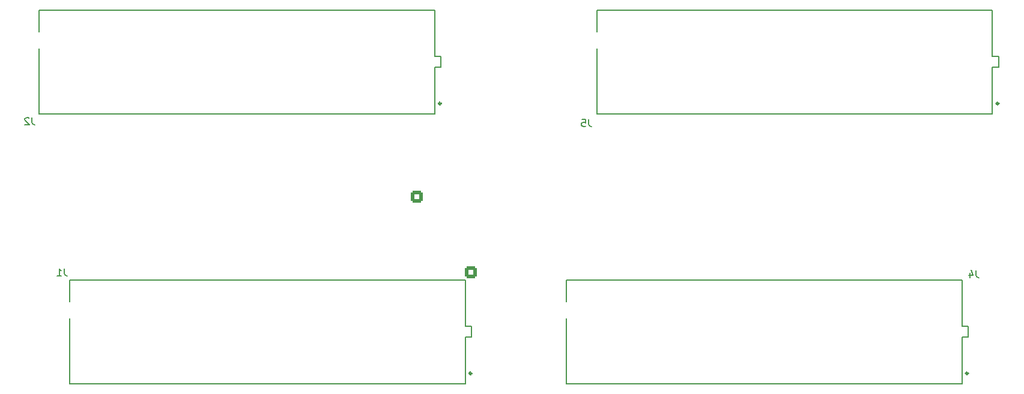
<source format=gbr>
%TF.GenerationSoftware,KiCad,Pcbnew,7.0.10*%
%TF.CreationDate,2024-12-16T15:55:03-07:00*%
%TF.ProjectId,DRXDaughterboard,44525844-6175-4676-9874-6572626f6172,1.1*%
%TF.SameCoordinates,Original*%
%TF.FileFunction,Legend,Bot*%
%TF.FilePolarity,Positive*%
%FSLAX46Y46*%
G04 Gerber Fmt 4.6, Leading zero omitted, Abs format (unit mm)*
G04 Created by KiCad (PCBNEW 7.0.10) date 2024-12-16 15:55:03*
%MOMM*%
%LPD*%
G01*
G04 APERTURE LIST*
G04 Aperture macros list*
%AMRoundRect*
0 Rectangle with rounded corners*
0 $1 Rounding radius*
0 $2 $3 $4 $5 $6 $7 $8 $9 X,Y pos of 4 corners*
0 Add a 4 corners polygon primitive as box body*
4,1,4,$2,$3,$4,$5,$6,$7,$8,$9,$2,$3,0*
0 Add four circle primitives for the rounded corners*
1,1,$1+$1,$2,$3*
1,1,$1+$1,$4,$5*
1,1,$1+$1,$6,$7*
1,1,$1+$1,$8,$9*
0 Add four rect primitives between the rounded corners*
20,1,$1+$1,$2,$3,$4,$5,0*
20,1,$1+$1,$4,$5,$6,$7,0*
20,1,$1+$1,$6,$7,$8,$9,0*
20,1,$1+$1,$8,$9,$2,$3,0*%
G04 Aperture macros list end*
%ADD10C,0.150000*%
%ADD11C,0.200000*%
%ADD12C,0.300000*%
%ADD13RoundRect,0.250000X0.600000X-0.600000X0.600000X0.600000X-0.600000X0.600000X-0.600000X-0.600000X0*%
%ADD14C,1.700000*%
%ADD15C,1.270000*%
%ADD16C,0.844000*%
G04 APERTURE END LIST*
D10*
X78590210Y-108248179D02*
X78590210Y-108964343D01*
X78590210Y-108964343D02*
X78637955Y-109107576D01*
X78637955Y-109107576D02*
X78733443Y-109203065D01*
X78733443Y-109203065D02*
X78876676Y-109250809D01*
X78876676Y-109250809D02*
X78972165Y-109250809D01*
X77587580Y-109250809D02*
X78160511Y-109250809D01*
X77874046Y-109250809D02*
X77874046Y-108248179D01*
X77874046Y-108248179D02*
X77969534Y-108391412D01*
X77969534Y-108391412D02*
X78065023Y-108486900D01*
X78065023Y-108486900D02*
X78160511Y-108534645D01*
X207114210Y-108502179D02*
X207114210Y-109218343D01*
X207114210Y-109218343D02*
X207161955Y-109361576D01*
X207161955Y-109361576D02*
X207257443Y-109457065D01*
X207257443Y-109457065D02*
X207400676Y-109504809D01*
X207400676Y-109504809D02*
X207496165Y-109504809D01*
X206207069Y-108836389D02*
X206207069Y-109504809D01*
X206445790Y-108454435D02*
X206684511Y-109170599D01*
X206684511Y-109170599D02*
X206063836Y-109170599D01*
X152504210Y-87166179D02*
X152504210Y-87882343D01*
X152504210Y-87882343D02*
X152551955Y-88025576D01*
X152551955Y-88025576D02*
X152647443Y-88121065D01*
X152647443Y-88121065D02*
X152790676Y-88168809D01*
X152790676Y-88168809D02*
X152886165Y-88168809D01*
X151549324Y-87166179D02*
X152026767Y-87166179D01*
X152026767Y-87166179D02*
X152074511Y-87643622D01*
X152074511Y-87643622D02*
X152026767Y-87595877D01*
X152026767Y-87595877D02*
X151931279Y-87548133D01*
X151931279Y-87548133D02*
X151692557Y-87548133D01*
X151692557Y-87548133D02*
X151597069Y-87595877D01*
X151597069Y-87595877D02*
X151549324Y-87643622D01*
X151549324Y-87643622D02*
X151501580Y-87739110D01*
X151501580Y-87739110D02*
X151501580Y-87977832D01*
X151501580Y-87977832D02*
X151549324Y-88073320D01*
X151549324Y-88073320D02*
X151597069Y-88121065D01*
X151597069Y-88121065D02*
X151692557Y-88168809D01*
X151692557Y-88168809D02*
X151931279Y-88168809D01*
X151931279Y-88168809D02*
X152026767Y-88121065D01*
X152026767Y-88121065D02*
X152074511Y-88073320D01*
X74018210Y-86912179D02*
X74018210Y-87628343D01*
X74018210Y-87628343D02*
X74065955Y-87771576D01*
X74065955Y-87771576D02*
X74161443Y-87867065D01*
X74161443Y-87867065D02*
X74304676Y-87914809D01*
X74304676Y-87914809D02*
X74400165Y-87914809D01*
X73588511Y-87007667D02*
X73540767Y-86959923D01*
X73540767Y-86959923D02*
X73445279Y-86912179D01*
X73445279Y-86912179D02*
X73206557Y-86912179D01*
X73206557Y-86912179D02*
X73111069Y-86959923D01*
X73111069Y-86959923D02*
X73063324Y-87007667D01*
X73063324Y-87007667D02*
X73015580Y-87103156D01*
X73015580Y-87103156D02*
X73015580Y-87198645D01*
X73015580Y-87198645D02*
X73063324Y-87341877D01*
X73063324Y-87341877D02*
X73636256Y-87914809D01*
X73636256Y-87914809D02*
X73015580Y-87914809D01*
D11*
%TO.C,J1*%
X79321001Y-109836773D02*
X79321001Y-112931773D01*
X79321001Y-115271773D02*
X79321001Y-124516773D01*
X79321001Y-124516773D02*
X135101001Y-124516773D01*
X135101001Y-109836773D02*
X79321001Y-109836773D01*
X135101001Y-116416773D02*
X135101001Y-109836773D01*
X135101001Y-117936773D02*
X135991001Y-117936773D01*
X135101001Y-124516773D02*
X135101001Y-117936773D01*
X135991001Y-116416773D02*
X135101001Y-116416773D01*
X135991001Y-117936773D02*
X135991001Y-116416773D01*
D12*
X135971001Y-123026773D02*
G75*
G03*
X135671001Y-123026773I-150000J0D01*
G01*
X135671001Y-123026773D02*
G75*
G03*
X135971001Y-123026773I150000J0D01*
G01*
D11*
%TO.C,J4*%
X149323001Y-109836773D02*
X149323001Y-112931773D01*
X149323001Y-115271773D02*
X149323001Y-124516773D01*
X149323001Y-124516773D02*
X205103001Y-124516773D01*
X205103001Y-109836773D02*
X149323001Y-109836773D01*
X205103001Y-116416773D02*
X205103001Y-109836773D01*
X205103001Y-117936773D02*
X205993001Y-117936773D01*
X205103001Y-124516773D02*
X205103001Y-117936773D01*
X205993001Y-116416773D02*
X205103001Y-116416773D01*
X205993001Y-117936773D02*
X205993001Y-116416773D01*
D12*
X205973001Y-123026773D02*
G75*
G03*
X205673001Y-123026773I-150000J0D01*
G01*
X205673001Y-123026773D02*
G75*
G03*
X205973001Y-123026773I150000J0D01*
G01*
D11*
%TO.C,J5*%
X153630001Y-71736773D02*
X153630001Y-74831773D01*
X153630001Y-77171773D02*
X153630001Y-86416773D01*
X153630001Y-86416773D02*
X209410001Y-86416773D01*
X209410001Y-71736773D02*
X153630001Y-71736773D01*
X209410001Y-78316773D02*
X209410001Y-71736773D01*
X209410001Y-79836773D02*
X210300001Y-79836773D01*
X209410001Y-86416773D02*
X209410001Y-79836773D01*
X210300001Y-78316773D02*
X209410001Y-78316773D01*
X210300001Y-79836773D02*
X210300001Y-78316773D01*
D12*
X210280001Y-84926773D02*
G75*
G03*
X209980001Y-84926773I-150000J0D01*
G01*
X209980001Y-84926773D02*
G75*
G03*
X210280001Y-84926773I150000J0D01*
G01*
D11*
%TO.C,J2*%
X75014001Y-71736773D02*
X75014001Y-74831773D01*
X75014001Y-77171773D02*
X75014001Y-86416773D01*
X75014001Y-86416773D02*
X130794001Y-86416773D01*
X130794001Y-71736773D02*
X75014001Y-71736773D01*
X130794001Y-78316773D02*
X130794001Y-71736773D01*
X130794001Y-79836773D02*
X131684001Y-79836773D01*
X130794001Y-86416773D02*
X130794001Y-79836773D01*
X131684001Y-78316773D02*
X130794001Y-78316773D01*
X131684001Y-79836773D02*
X131684001Y-78316773D01*
D12*
X131664001Y-84926773D02*
G75*
G03*
X131364001Y-84926773I-150000J0D01*
G01*
X131364001Y-84926773D02*
G75*
G03*
X131664001Y-84926773I150000J0D01*
G01*
%TD*%
%LPC*%
D13*
%TO.C,J3*%
X128294001Y-98117273D03*
D14*
X128294001Y-95577273D03*
X130834001Y-98117273D03*
X130834001Y-95577273D03*
X133374001Y-98117273D03*
X133374001Y-95577273D03*
X135914001Y-98117273D03*
X135914001Y-95577273D03*
X138454001Y-98117273D03*
X138454001Y-95577273D03*
X140994001Y-98117273D03*
X140994001Y-95577273D03*
X143534001Y-98117273D03*
X143534001Y-95577273D03*
X146074001Y-98117273D03*
X146074001Y-95577273D03*
X148614001Y-98117273D03*
X148614001Y-95577273D03*
X151154001Y-98117273D03*
X151154001Y-95577273D03*
X153694001Y-98117273D03*
X153694001Y-95577273D03*
X156234001Y-98117273D03*
X156234001Y-95577273D03*
%TD*%
D15*
%TO.C,J8*%
X208710001Y-82126773D03*
X154329001Y-79076773D03*
%TD*%
D13*
%TO.C,J6*%
X135914001Y-108794773D03*
D14*
X135914001Y-106254773D03*
X138454001Y-108794773D03*
X138454001Y-106254773D03*
X140994001Y-108794773D03*
X140994001Y-106254773D03*
X143534001Y-108794773D03*
X143534001Y-106254773D03*
X146074001Y-108794773D03*
X146074001Y-106254773D03*
X148614001Y-108794773D03*
X148614001Y-106254773D03*
%TD*%
D15*
%TO.C,J7*%
X130094001Y-82126773D03*
X75713001Y-79076773D03*
%TD*%
%TO.C,J1*%
X80020001Y-114126773D03*
X134402001Y-117176773D03*
D16*
X131976001Y-122891773D03*
X130706001Y-122891773D03*
X129436001Y-122891773D03*
X128166001Y-122891773D03*
X126896001Y-122891773D03*
X125626001Y-122891773D03*
X124356001Y-122891773D03*
X123086001Y-122891773D03*
X121816001Y-122891773D03*
X120546001Y-122891773D03*
X119276001Y-122891773D03*
X118006001Y-122891773D03*
X116736001Y-122891773D03*
X115466001Y-122891773D03*
X114196001Y-122891773D03*
X112926001Y-122891773D03*
X111656001Y-122891773D03*
X110386001Y-122891773D03*
X109116001Y-122891773D03*
X107846001Y-122891773D03*
X106576001Y-122891773D03*
X105306001Y-122891773D03*
X104036001Y-122891773D03*
X102766001Y-122891773D03*
X101496001Y-122891773D03*
X100226001Y-122891773D03*
X98956001Y-122891773D03*
X97686001Y-122891773D03*
X96416001Y-122891773D03*
X95146001Y-122891773D03*
X93876001Y-122891773D03*
X92606001Y-122891773D03*
X91336001Y-122891773D03*
X90066001Y-122891773D03*
X88796001Y-122891773D03*
X87526001Y-122891773D03*
X86256001Y-122891773D03*
X84986001Y-122891773D03*
X83716001Y-122891773D03*
X82446001Y-122891773D03*
X131976001Y-121621773D03*
X130706001Y-121621773D03*
X129436001Y-121621773D03*
X128166001Y-121621773D03*
X126896001Y-121621773D03*
X125626001Y-121621773D03*
X124356001Y-121621773D03*
X123086001Y-121621773D03*
X121816001Y-121621773D03*
X120546001Y-121621773D03*
X119276001Y-121621773D03*
X118006001Y-121621773D03*
X116736001Y-121621773D03*
X115466001Y-121621773D03*
X114196001Y-121621773D03*
X112926001Y-121621773D03*
X111656001Y-121621773D03*
X110386001Y-121621773D03*
X109116001Y-121621773D03*
X107846001Y-121621773D03*
X106576001Y-121621773D03*
X105306001Y-121621773D03*
X104036001Y-121621773D03*
X102766001Y-121621773D03*
X101496001Y-121621773D03*
X100226001Y-121621773D03*
X98956001Y-121621773D03*
X97686001Y-121621773D03*
X96416001Y-121621773D03*
X95146001Y-121621773D03*
X93876001Y-121621773D03*
X92606001Y-121621773D03*
X91336001Y-121621773D03*
X90066001Y-121621773D03*
X88796001Y-121621773D03*
X87526001Y-121621773D03*
X86256001Y-121621773D03*
X84986001Y-121621773D03*
X83716001Y-121621773D03*
X82446001Y-121621773D03*
X131976001Y-120351773D03*
X130706001Y-120351773D03*
X129436001Y-120351773D03*
X128166001Y-120351773D03*
X126896001Y-120351773D03*
X125626001Y-120351773D03*
X124356001Y-120351773D03*
X123086001Y-120351773D03*
X121816001Y-120351773D03*
X120546001Y-120351773D03*
X119276001Y-120351773D03*
X118006001Y-120351773D03*
X116736001Y-120351773D03*
X115466001Y-120351773D03*
X114196001Y-120351773D03*
X112926001Y-120351773D03*
X111656001Y-120351773D03*
X110386001Y-120351773D03*
X109116001Y-120351773D03*
X107846001Y-120351773D03*
X106576001Y-120351773D03*
X105306001Y-120351773D03*
X104036001Y-120351773D03*
X102766001Y-120351773D03*
X101496001Y-120351773D03*
X100226001Y-120351773D03*
X98956001Y-120351773D03*
X97686001Y-120351773D03*
X96416001Y-120351773D03*
X95146001Y-120351773D03*
X93876001Y-120351773D03*
X92606001Y-120351773D03*
X91336001Y-120351773D03*
X90066001Y-120351773D03*
X88796001Y-120351773D03*
X87526001Y-120351773D03*
X86256001Y-120351773D03*
X84986001Y-120351773D03*
X83716001Y-120351773D03*
X82446001Y-120351773D03*
X131976001Y-119081773D03*
X130706001Y-119081773D03*
X129436001Y-119081773D03*
X128166001Y-119081773D03*
X126896001Y-119081773D03*
X125626001Y-119081773D03*
X124356001Y-119081773D03*
X123086001Y-119081773D03*
X121816001Y-119081773D03*
X120546001Y-119081773D03*
X119276001Y-119081773D03*
X118006001Y-119081773D03*
X116736001Y-119081773D03*
X115466001Y-119081773D03*
X114196001Y-119081773D03*
X112926001Y-119081773D03*
X111656001Y-119081773D03*
X110386001Y-119081773D03*
X109116001Y-119081773D03*
X107846001Y-119081773D03*
X106576001Y-119081773D03*
X105306001Y-119081773D03*
X104036001Y-119081773D03*
X102766001Y-119081773D03*
X101496001Y-119081773D03*
X100226001Y-119081773D03*
X98956001Y-119081773D03*
X97686001Y-119081773D03*
X96416001Y-119081773D03*
X95146001Y-119081773D03*
X93876001Y-119081773D03*
X92606001Y-119081773D03*
X91336001Y-119081773D03*
X90066001Y-119081773D03*
X88796001Y-119081773D03*
X87526001Y-119081773D03*
X86256001Y-119081773D03*
X84986001Y-119081773D03*
X83716001Y-119081773D03*
X82446001Y-119081773D03*
X131976001Y-117811773D03*
X130706001Y-117811773D03*
X129436001Y-117811773D03*
X128166001Y-117811773D03*
X126896001Y-117811773D03*
X125626001Y-117811773D03*
X124356001Y-117811773D03*
X123086001Y-117811773D03*
X121816001Y-117811773D03*
X120546001Y-117811773D03*
X119276001Y-117811773D03*
X118006001Y-117811773D03*
X116736001Y-117811773D03*
X115466001Y-117811773D03*
X114196001Y-117811773D03*
X112926001Y-117811773D03*
X111656001Y-117811773D03*
X110386001Y-117811773D03*
X109116001Y-117811773D03*
X107846001Y-117811773D03*
X106576001Y-117811773D03*
X105306001Y-117811773D03*
X104036001Y-117811773D03*
X102766001Y-117811773D03*
X101496001Y-117811773D03*
X100226001Y-117811773D03*
X98956001Y-117811773D03*
X97686001Y-117811773D03*
X96416001Y-117811773D03*
X95146001Y-117811773D03*
X93876001Y-117811773D03*
X92606001Y-117811773D03*
X91336001Y-117811773D03*
X90066001Y-117811773D03*
X88796001Y-117811773D03*
X87526001Y-117811773D03*
X86256001Y-117811773D03*
X84986001Y-117811773D03*
X83716001Y-117811773D03*
X82446001Y-117811773D03*
X131976001Y-116541773D03*
X130706001Y-116541773D03*
X129436001Y-116541773D03*
X128166001Y-116541773D03*
X126896001Y-116541773D03*
X125626001Y-116541773D03*
X124356001Y-116541773D03*
X123086001Y-116541773D03*
X121816001Y-116541773D03*
X120546001Y-116541773D03*
X119276001Y-116541773D03*
X118006001Y-116541773D03*
X116736001Y-116541773D03*
X115466001Y-116541773D03*
X114196001Y-116541773D03*
X112926001Y-116541773D03*
X111656001Y-116541773D03*
X110386001Y-116541773D03*
X109116001Y-116541773D03*
X107846001Y-116541773D03*
X106576001Y-116541773D03*
X105306001Y-116541773D03*
X104036001Y-116541773D03*
X102766001Y-116541773D03*
X101496001Y-116541773D03*
X100226001Y-116541773D03*
X98956001Y-116541773D03*
X97686001Y-116541773D03*
X96416001Y-116541773D03*
X95146001Y-116541773D03*
X93876001Y-116541773D03*
X92606001Y-116541773D03*
X91336001Y-116541773D03*
X90066001Y-116541773D03*
X88796001Y-116541773D03*
X87526001Y-116541773D03*
X86256001Y-116541773D03*
X84986001Y-116541773D03*
X83716001Y-116541773D03*
X82446001Y-116541773D03*
X131976001Y-115271773D03*
X130706001Y-115271773D03*
X129436001Y-115271773D03*
X128166001Y-115271773D03*
X126896001Y-115271773D03*
X125626001Y-115271773D03*
X124356001Y-115271773D03*
X123086001Y-115271773D03*
X121816001Y-115271773D03*
X120546001Y-115271773D03*
X119276001Y-115271773D03*
X118006001Y-115271773D03*
X116736001Y-115271773D03*
X115466001Y-115271773D03*
X114196001Y-115271773D03*
X112926001Y-115271773D03*
X111656001Y-115271773D03*
X110386001Y-115271773D03*
X109116001Y-115271773D03*
X107846001Y-115271773D03*
X106576001Y-115271773D03*
X105306001Y-115271773D03*
X104036001Y-115271773D03*
X102766001Y-115271773D03*
X101496001Y-115271773D03*
X100226001Y-115271773D03*
X98956001Y-115271773D03*
X97686001Y-115271773D03*
X96416001Y-115271773D03*
X95146001Y-115271773D03*
X93876001Y-115271773D03*
X92606001Y-115271773D03*
X91336001Y-115271773D03*
X90066001Y-115271773D03*
X88796001Y-115271773D03*
X87526001Y-115271773D03*
X86256001Y-115271773D03*
X84986001Y-115271773D03*
X83716001Y-115271773D03*
X82446001Y-115271773D03*
X131976001Y-114001773D03*
X130706001Y-114001773D03*
X129436001Y-114001773D03*
X128166001Y-114001773D03*
X126896001Y-114001773D03*
X125626001Y-114001773D03*
X124356001Y-114001773D03*
X123086001Y-114001773D03*
X121816001Y-114001773D03*
X120546001Y-114001773D03*
X119276001Y-114001773D03*
X118006001Y-114001773D03*
X116736001Y-114001773D03*
X115466001Y-114001773D03*
X114196001Y-114001773D03*
X112926001Y-114001773D03*
X111656001Y-114001773D03*
X110386001Y-114001773D03*
X109116001Y-114001773D03*
X107846001Y-114001773D03*
X106576001Y-114001773D03*
X105306001Y-114001773D03*
X104036001Y-114001773D03*
X102766001Y-114001773D03*
X101496001Y-114001773D03*
X100226001Y-114001773D03*
X98956001Y-114001773D03*
X97686001Y-114001773D03*
X96416001Y-114001773D03*
X95146001Y-114001773D03*
X93876001Y-114001773D03*
X92606001Y-114001773D03*
X91336001Y-114001773D03*
X90066001Y-114001773D03*
X88796001Y-114001773D03*
X87526001Y-114001773D03*
X86256001Y-114001773D03*
X84986001Y-114001773D03*
X83716001Y-114001773D03*
X82446001Y-114001773D03*
X131976001Y-112731773D03*
X130706001Y-112731773D03*
X129436001Y-112731773D03*
X128166001Y-112731773D03*
X126896001Y-112731773D03*
X125626001Y-112731773D03*
X124356001Y-112731773D03*
X123086001Y-112731773D03*
X121816001Y-112731773D03*
X120546001Y-112731773D03*
X119276001Y-112731773D03*
X118006001Y-112731773D03*
X116736001Y-112731773D03*
X115466001Y-112731773D03*
X114196001Y-112731773D03*
X112926001Y-112731773D03*
X111656001Y-112731773D03*
X110386001Y-112731773D03*
X109116001Y-112731773D03*
X107846001Y-112731773D03*
X106576001Y-112731773D03*
X105306001Y-112731773D03*
X104036001Y-112731773D03*
X102766001Y-112731773D03*
X101496001Y-112731773D03*
X100226001Y-112731773D03*
X98956001Y-112731773D03*
X97686001Y-112731773D03*
X96416001Y-112731773D03*
X95146001Y-112731773D03*
X93876001Y-112731773D03*
X92606001Y-112731773D03*
X91336001Y-112731773D03*
X90066001Y-112731773D03*
X88796001Y-112731773D03*
X87526001Y-112731773D03*
X86256001Y-112731773D03*
X84986001Y-112731773D03*
X83716001Y-112731773D03*
X82446001Y-112731773D03*
X131976001Y-111461773D03*
X130706001Y-111461773D03*
X129436001Y-111461773D03*
X128166001Y-111461773D03*
X126896001Y-111461773D03*
X125626001Y-111461773D03*
X124356001Y-111461773D03*
X123086001Y-111461773D03*
X121816001Y-111461773D03*
X120546001Y-111461773D03*
X119276001Y-111461773D03*
X118006001Y-111461773D03*
X116736001Y-111461773D03*
X115466001Y-111461773D03*
X114196001Y-111461773D03*
X112926001Y-111461773D03*
X111656001Y-111461773D03*
X110386001Y-111461773D03*
X109116001Y-111461773D03*
X107846001Y-111461773D03*
X106576001Y-111461773D03*
X105306001Y-111461773D03*
X104036001Y-111461773D03*
X102766001Y-111461773D03*
X101496001Y-111461773D03*
X100226001Y-111461773D03*
X98956001Y-111461773D03*
X97686001Y-111461773D03*
X96416001Y-111461773D03*
X95146001Y-111461773D03*
X93876001Y-111461773D03*
X92606001Y-111461773D03*
X91336001Y-111461773D03*
X90066001Y-111461773D03*
X88796001Y-111461773D03*
X87526001Y-111461773D03*
X86256001Y-111461773D03*
X84986001Y-111461773D03*
X83716001Y-111461773D03*
X82446001Y-111461773D03*
%TD*%
D15*
%TO.C,J4*%
X150022001Y-114126773D03*
X204404001Y-117176773D03*
D16*
X201978001Y-122891773D03*
X200708001Y-122891773D03*
X199438001Y-122891773D03*
X198168001Y-122891773D03*
X196898001Y-122891773D03*
X195628001Y-122891773D03*
X194358001Y-122891773D03*
X193088001Y-122891773D03*
X191818001Y-122891773D03*
X190548001Y-122891773D03*
X189278001Y-122891773D03*
X188008001Y-122891773D03*
X186738001Y-122891773D03*
X185468001Y-122891773D03*
X184198001Y-122891773D03*
X182928001Y-122891773D03*
X181658001Y-122891773D03*
X180388001Y-122891773D03*
X179118001Y-122891773D03*
X177848001Y-122891773D03*
X176578001Y-122891773D03*
X175308001Y-122891773D03*
X174038001Y-122891773D03*
X172768001Y-122891773D03*
X171498001Y-122891773D03*
X170228001Y-122891773D03*
X168958001Y-122891773D03*
X167688001Y-122891773D03*
X166418001Y-122891773D03*
X165148001Y-122891773D03*
X163878001Y-122891773D03*
X162608001Y-122891773D03*
X161338001Y-122891773D03*
X160068001Y-122891773D03*
X158798001Y-122891773D03*
X157528001Y-122891773D03*
X156258001Y-122891773D03*
X154988001Y-122891773D03*
X153718001Y-122891773D03*
X152448001Y-122891773D03*
X201978001Y-121621773D03*
X200708001Y-121621773D03*
X199438001Y-121621773D03*
X198168001Y-121621773D03*
X196898001Y-121621773D03*
X195628001Y-121621773D03*
X194358001Y-121621773D03*
X193088001Y-121621773D03*
X191818001Y-121621773D03*
X190548001Y-121621773D03*
X189278001Y-121621773D03*
X188008001Y-121621773D03*
X186738001Y-121621773D03*
X185468001Y-121621773D03*
X184198001Y-121621773D03*
X182928001Y-121621773D03*
X181658001Y-121621773D03*
X180388001Y-121621773D03*
X179118001Y-121621773D03*
X177848001Y-121621773D03*
X176578001Y-121621773D03*
X175308001Y-121621773D03*
X174038001Y-121621773D03*
X172768001Y-121621773D03*
X171498001Y-121621773D03*
X170228001Y-121621773D03*
X168958001Y-121621773D03*
X167688001Y-121621773D03*
X166418001Y-121621773D03*
X165148001Y-121621773D03*
X163878001Y-121621773D03*
X162608001Y-121621773D03*
X161338001Y-121621773D03*
X160068001Y-121621773D03*
X158798001Y-121621773D03*
X157528001Y-121621773D03*
X156258001Y-121621773D03*
X154988001Y-121621773D03*
X153718001Y-121621773D03*
X152448001Y-121621773D03*
X201978001Y-120351773D03*
X200708001Y-120351773D03*
X199438001Y-120351773D03*
X198168001Y-120351773D03*
X196898001Y-120351773D03*
X195628001Y-120351773D03*
X194358001Y-120351773D03*
X193088001Y-120351773D03*
X191818001Y-120351773D03*
X190548001Y-120351773D03*
X189278001Y-120351773D03*
X188008001Y-120351773D03*
X186738001Y-120351773D03*
X185468001Y-120351773D03*
X184198001Y-120351773D03*
X182928001Y-120351773D03*
X181658001Y-120351773D03*
X180388001Y-120351773D03*
X179118001Y-120351773D03*
X177848001Y-120351773D03*
X176578001Y-120351773D03*
X175308001Y-120351773D03*
X174038001Y-120351773D03*
X172768001Y-120351773D03*
X171498001Y-120351773D03*
X170228001Y-120351773D03*
X168958001Y-120351773D03*
X167688001Y-120351773D03*
X166418001Y-120351773D03*
X165148001Y-120351773D03*
X163878001Y-120351773D03*
X162608001Y-120351773D03*
X161338001Y-120351773D03*
X160068001Y-120351773D03*
X158798001Y-120351773D03*
X157528001Y-120351773D03*
X156258001Y-120351773D03*
X154988001Y-120351773D03*
X153718001Y-120351773D03*
X152448001Y-120351773D03*
X201978001Y-119081773D03*
X200708001Y-119081773D03*
X199438001Y-119081773D03*
X198168001Y-119081773D03*
X196898001Y-119081773D03*
X195628001Y-119081773D03*
X194358001Y-119081773D03*
X193088001Y-119081773D03*
X191818001Y-119081773D03*
X190548001Y-119081773D03*
X189278001Y-119081773D03*
X188008001Y-119081773D03*
X186738001Y-119081773D03*
X185468001Y-119081773D03*
X184198001Y-119081773D03*
X182928001Y-119081773D03*
X181658001Y-119081773D03*
X180388001Y-119081773D03*
X179118001Y-119081773D03*
X177848001Y-119081773D03*
X176578001Y-119081773D03*
X175308001Y-119081773D03*
X174038001Y-119081773D03*
X172768001Y-119081773D03*
X171498001Y-119081773D03*
X170228001Y-119081773D03*
X168958001Y-119081773D03*
X167688001Y-119081773D03*
X166418001Y-119081773D03*
X165148001Y-119081773D03*
X163878001Y-119081773D03*
X162608001Y-119081773D03*
X161338001Y-119081773D03*
X160068001Y-119081773D03*
X158798001Y-119081773D03*
X157528001Y-119081773D03*
X156258001Y-119081773D03*
X154988001Y-119081773D03*
X153718001Y-119081773D03*
X152448001Y-119081773D03*
X201978001Y-117811773D03*
X200708001Y-117811773D03*
X199438001Y-117811773D03*
X198168001Y-117811773D03*
X196898001Y-117811773D03*
X195628001Y-117811773D03*
X194358001Y-117811773D03*
X193088001Y-117811773D03*
X191818001Y-117811773D03*
X190548001Y-117811773D03*
X189278001Y-117811773D03*
X188008001Y-117811773D03*
X186738001Y-117811773D03*
X185468001Y-117811773D03*
X184198001Y-117811773D03*
X182928001Y-117811773D03*
X181658001Y-117811773D03*
X180388001Y-117811773D03*
X179118001Y-117811773D03*
X177848001Y-117811773D03*
X176578001Y-117811773D03*
X175308001Y-117811773D03*
X174038001Y-117811773D03*
X172768001Y-117811773D03*
X171498001Y-117811773D03*
X170228001Y-117811773D03*
X168958001Y-117811773D03*
X167688001Y-117811773D03*
X166418001Y-117811773D03*
X165148001Y-117811773D03*
X163878001Y-117811773D03*
X162608001Y-117811773D03*
X161338001Y-117811773D03*
X160068001Y-117811773D03*
X158798001Y-117811773D03*
X157528001Y-117811773D03*
X156258001Y-117811773D03*
X154988001Y-117811773D03*
X153718001Y-117811773D03*
X152448001Y-117811773D03*
X201978001Y-116541773D03*
X200708001Y-116541773D03*
X199438001Y-116541773D03*
X198168001Y-116541773D03*
X196898001Y-116541773D03*
X195628001Y-116541773D03*
X194358001Y-116541773D03*
X193088001Y-116541773D03*
X191818001Y-116541773D03*
X190548001Y-116541773D03*
X189278001Y-116541773D03*
X188008001Y-116541773D03*
X186738001Y-116541773D03*
X185468001Y-116541773D03*
X184198001Y-116541773D03*
X182928001Y-116541773D03*
X181658001Y-116541773D03*
X180388001Y-116541773D03*
X179118001Y-116541773D03*
X177848001Y-116541773D03*
X176578001Y-116541773D03*
X175308001Y-116541773D03*
X174038001Y-116541773D03*
X172768001Y-116541773D03*
X171498001Y-116541773D03*
X170228001Y-116541773D03*
X168958001Y-116541773D03*
X167688001Y-116541773D03*
X166418001Y-116541773D03*
X165148001Y-116541773D03*
X163878001Y-116541773D03*
X162608001Y-116541773D03*
X161338001Y-116541773D03*
X160068001Y-116541773D03*
X158798001Y-116541773D03*
X157528001Y-116541773D03*
X156258001Y-116541773D03*
X154988001Y-116541773D03*
X153718001Y-116541773D03*
X152448001Y-116541773D03*
X201978001Y-115271773D03*
X200708001Y-115271773D03*
X199438001Y-115271773D03*
X198168001Y-115271773D03*
X196898001Y-115271773D03*
X195628001Y-115271773D03*
X194358001Y-115271773D03*
X193088001Y-115271773D03*
X191818001Y-115271773D03*
X190548001Y-115271773D03*
X189278001Y-115271773D03*
X188008001Y-115271773D03*
X186738001Y-115271773D03*
X185468001Y-115271773D03*
X184198001Y-115271773D03*
X182928001Y-115271773D03*
X181658001Y-115271773D03*
X180388001Y-115271773D03*
X179118001Y-115271773D03*
X177848001Y-115271773D03*
X176578001Y-115271773D03*
X175308001Y-115271773D03*
X174038001Y-115271773D03*
X172768001Y-115271773D03*
X171498001Y-115271773D03*
X170228001Y-115271773D03*
X168958001Y-115271773D03*
X167688001Y-115271773D03*
X166418001Y-115271773D03*
X165148001Y-115271773D03*
X163878001Y-115271773D03*
X162608001Y-115271773D03*
X161338001Y-115271773D03*
X160068001Y-115271773D03*
X158798001Y-115271773D03*
X157528001Y-115271773D03*
X156258001Y-115271773D03*
X154988001Y-115271773D03*
X153718001Y-115271773D03*
X152448001Y-115271773D03*
X201978001Y-114001773D03*
X200708001Y-114001773D03*
X199438001Y-114001773D03*
X198168001Y-114001773D03*
X196898001Y-114001773D03*
X195628001Y-114001773D03*
X194358001Y-114001773D03*
X193088001Y-114001773D03*
X191818001Y-114001773D03*
X190548001Y-114001773D03*
X189278001Y-114001773D03*
X188008001Y-114001773D03*
X186738001Y-114001773D03*
X185468001Y-114001773D03*
X184198001Y-114001773D03*
X182928001Y-114001773D03*
X181658001Y-114001773D03*
X180388001Y-114001773D03*
X179118001Y-114001773D03*
X177848001Y-114001773D03*
X176578001Y-114001773D03*
X175308001Y-114001773D03*
X174038001Y-114001773D03*
X172768001Y-114001773D03*
X171498001Y-114001773D03*
X170228001Y-114001773D03*
X168958001Y-114001773D03*
X167688001Y-114001773D03*
X166418001Y-114001773D03*
X165148001Y-114001773D03*
X163878001Y-114001773D03*
X162608001Y-114001773D03*
X161338001Y-114001773D03*
X160068001Y-114001773D03*
X158798001Y-114001773D03*
X157528001Y-114001773D03*
X156258001Y-114001773D03*
X154988001Y-114001773D03*
X153718001Y-114001773D03*
X152448001Y-114001773D03*
X201978001Y-112731773D03*
X200708001Y-112731773D03*
X199438001Y-112731773D03*
X198168001Y-112731773D03*
X196898001Y-112731773D03*
X195628001Y-112731773D03*
X194358001Y-112731773D03*
X193088001Y-112731773D03*
X191818001Y-112731773D03*
X190548001Y-112731773D03*
X189278001Y-112731773D03*
X188008001Y-112731773D03*
X186738001Y-112731773D03*
X185468001Y-112731773D03*
X184198001Y-112731773D03*
X182928001Y-112731773D03*
X181658001Y-112731773D03*
X180388001Y-112731773D03*
X179118001Y-112731773D03*
X177848001Y-112731773D03*
X176578001Y-112731773D03*
X175308001Y-112731773D03*
X174038001Y-112731773D03*
X172768001Y-112731773D03*
X171498001Y-112731773D03*
X170228001Y-112731773D03*
X168958001Y-112731773D03*
X167688001Y-112731773D03*
X166418001Y-112731773D03*
X165148001Y-112731773D03*
X163878001Y-112731773D03*
X162608001Y-112731773D03*
X161338001Y-112731773D03*
X160068001Y-112731773D03*
X158798001Y-112731773D03*
X157528001Y-112731773D03*
X156258001Y-112731773D03*
X154988001Y-112731773D03*
X153718001Y-112731773D03*
X152448001Y-112731773D03*
X201978001Y-111461773D03*
X200708001Y-111461773D03*
X199438001Y-111461773D03*
X198168001Y-111461773D03*
X196898001Y-111461773D03*
X195628001Y-111461773D03*
X194358001Y-111461773D03*
X193088001Y-111461773D03*
X191818001Y-111461773D03*
X190548001Y-111461773D03*
X189278001Y-111461773D03*
X188008001Y-111461773D03*
X186738001Y-111461773D03*
X185468001Y-111461773D03*
X184198001Y-111461773D03*
X182928001Y-111461773D03*
X181658001Y-111461773D03*
X180388001Y-111461773D03*
X179118001Y-111461773D03*
X177848001Y-111461773D03*
X176578001Y-111461773D03*
X175308001Y-111461773D03*
X174038001Y-111461773D03*
X172768001Y-111461773D03*
X171498001Y-111461773D03*
X170228001Y-111461773D03*
X168958001Y-111461773D03*
X167688001Y-111461773D03*
X166418001Y-111461773D03*
X165148001Y-111461773D03*
X163878001Y-111461773D03*
X162608001Y-111461773D03*
X161338001Y-111461773D03*
X160068001Y-111461773D03*
X158798001Y-111461773D03*
X157528001Y-111461773D03*
X156258001Y-111461773D03*
X154988001Y-111461773D03*
X153718001Y-111461773D03*
X152448001Y-111461773D03*
%TD*%
D15*
%TO.C,J5*%
X154329001Y-76026773D03*
X208711001Y-79076773D03*
D16*
X206285001Y-84791773D03*
X205015001Y-84791773D03*
X203745001Y-84791773D03*
X202475001Y-84791773D03*
X201205001Y-84791773D03*
X199935001Y-84791773D03*
X198665001Y-84791773D03*
X197395001Y-84791773D03*
X196125001Y-84791773D03*
X194855001Y-84791773D03*
X193585001Y-84791773D03*
X192315001Y-84791773D03*
X191045001Y-84791773D03*
X189775001Y-84791773D03*
X188505001Y-84791773D03*
X187235001Y-84791773D03*
X185965001Y-84791773D03*
X184695001Y-84791773D03*
X183425001Y-84791773D03*
X182155001Y-84791773D03*
X180885001Y-84791773D03*
X179615001Y-84791773D03*
X178345001Y-84791773D03*
X177075001Y-84791773D03*
X175805001Y-84791773D03*
X174535001Y-84791773D03*
X173265001Y-84791773D03*
X171995001Y-84791773D03*
X170725001Y-84791773D03*
X169455001Y-84791773D03*
X168185001Y-84791773D03*
X166915001Y-84791773D03*
X165645001Y-84791773D03*
X164375001Y-84791773D03*
X163105001Y-84791773D03*
X161835001Y-84791773D03*
X160565001Y-84791773D03*
X159295001Y-84791773D03*
X158025001Y-84791773D03*
X156755001Y-84791773D03*
X206285001Y-83521773D03*
X205015001Y-83521773D03*
X203745001Y-83521773D03*
X202475001Y-83521773D03*
X201205001Y-83521773D03*
X199935001Y-83521773D03*
X198665001Y-83521773D03*
X197395001Y-83521773D03*
X196125001Y-83521773D03*
X194855001Y-83521773D03*
X193585001Y-83521773D03*
X192315001Y-83521773D03*
X191045001Y-83521773D03*
X189775001Y-83521773D03*
X188505001Y-83521773D03*
X187235001Y-83521773D03*
X185965001Y-83521773D03*
X184695001Y-83521773D03*
X183425001Y-83521773D03*
X182155001Y-83521773D03*
X180885001Y-83521773D03*
X179615001Y-83521773D03*
X178345001Y-83521773D03*
X177075001Y-83521773D03*
X175805001Y-83521773D03*
X174535001Y-83521773D03*
X173265001Y-83521773D03*
X171995001Y-83521773D03*
X170725001Y-83521773D03*
X169455001Y-83521773D03*
X168185001Y-83521773D03*
X166915001Y-83521773D03*
X165645001Y-83521773D03*
X164375001Y-83521773D03*
X163105001Y-83521773D03*
X161835001Y-83521773D03*
X160565001Y-83521773D03*
X159295001Y-83521773D03*
X158025001Y-83521773D03*
X156755001Y-83521773D03*
X206285001Y-82251773D03*
X205015001Y-82251773D03*
X203745001Y-82251773D03*
X202475001Y-82251773D03*
X201205001Y-82251773D03*
X199935001Y-82251773D03*
X198665001Y-82251773D03*
X197395001Y-82251773D03*
X196125001Y-82251773D03*
X194855001Y-82251773D03*
X193585001Y-82251773D03*
X192315001Y-82251773D03*
X191045001Y-82251773D03*
X189775001Y-82251773D03*
X188505001Y-82251773D03*
X187235001Y-82251773D03*
X185965001Y-82251773D03*
X184695001Y-82251773D03*
X183425001Y-82251773D03*
X182155001Y-82251773D03*
X180885001Y-82251773D03*
X179615001Y-82251773D03*
X178345001Y-82251773D03*
X177075001Y-82251773D03*
X175805001Y-82251773D03*
X174535001Y-82251773D03*
X173265001Y-82251773D03*
X171995001Y-82251773D03*
X170725001Y-82251773D03*
X169455001Y-82251773D03*
X168185001Y-82251773D03*
X166915001Y-82251773D03*
X165645001Y-82251773D03*
X164375001Y-82251773D03*
X163105001Y-82251773D03*
X161835001Y-82251773D03*
X160565001Y-82251773D03*
X159295001Y-82251773D03*
X158025001Y-82251773D03*
X156755001Y-82251773D03*
X206285001Y-80981773D03*
X205015001Y-80981773D03*
X203745001Y-80981773D03*
X202475001Y-80981773D03*
X201205001Y-80981773D03*
X199935001Y-80981773D03*
X198665001Y-80981773D03*
X197395001Y-80981773D03*
X196125001Y-80981773D03*
X194855001Y-80981773D03*
X193585001Y-80981773D03*
X192315001Y-80981773D03*
X191045001Y-80981773D03*
X189775001Y-80981773D03*
X188505001Y-80981773D03*
X187235001Y-80981773D03*
X185965001Y-80981773D03*
X184695001Y-80981773D03*
X183425001Y-80981773D03*
X182155001Y-80981773D03*
X180885001Y-80981773D03*
X179615001Y-80981773D03*
X178345001Y-80981773D03*
X177075001Y-80981773D03*
X175805001Y-80981773D03*
X174535001Y-80981773D03*
X173265001Y-80981773D03*
X171995001Y-80981773D03*
X170725001Y-80981773D03*
X169455001Y-80981773D03*
X168185001Y-80981773D03*
X166915001Y-80981773D03*
X165645001Y-80981773D03*
X164375001Y-80981773D03*
X163105001Y-80981773D03*
X161835001Y-80981773D03*
X160565001Y-80981773D03*
X159295001Y-80981773D03*
X158025001Y-80981773D03*
X156755001Y-80981773D03*
X206285001Y-79711773D03*
X205015001Y-79711773D03*
X203745001Y-79711773D03*
X202475001Y-79711773D03*
X201205001Y-79711773D03*
X199935001Y-79711773D03*
X198665001Y-79711773D03*
X197395001Y-79711773D03*
X196125001Y-79711773D03*
X194855001Y-79711773D03*
X193585001Y-79711773D03*
X192315001Y-79711773D03*
X191045001Y-79711773D03*
X189775001Y-79711773D03*
X188505001Y-79711773D03*
X187235001Y-79711773D03*
X185965001Y-79711773D03*
X184695001Y-79711773D03*
X183425001Y-79711773D03*
X182155001Y-79711773D03*
X180885001Y-79711773D03*
X179615001Y-79711773D03*
X178345001Y-79711773D03*
X177075001Y-79711773D03*
X175805001Y-79711773D03*
X174535001Y-79711773D03*
X173265001Y-79711773D03*
X171995001Y-79711773D03*
X170725001Y-79711773D03*
X169455001Y-79711773D03*
X168185001Y-79711773D03*
X166915001Y-79711773D03*
X165645001Y-79711773D03*
X164375001Y-79711773D03*
X163105001Y-79711773D03*
X161835001Y-79711773D03*
X160565001Y-79711773D03*
X159295001Y-79711773D03*
X158025001Y-79711773D03*
X156755001Y-79711773D03*
X206285001Y-78441773D03*
X205015001Y-78441773D03*
X203745001Y-78441773D03*
X202475001Y-78441773D03*
X201205001Y-78441773D03*
X199935001Y-78441773D03*
X198665001Y-78441773D03*
X197395001Y-78441773D03*
X196125001Y-78441773D03*
X194855001Y-78441773D03*
X193585001Y-78441773D03*
X192315001Y-78441773D03*
X191045001Y-78441773D03*
X189775001Y-78441773D03*
X188505001Y-78441773D03*
X187235001Y-78441773D03*
X185965001Y-78441773D03*
X184695001Y-78441773D03*
X183425001Y-78441773D03*
X182155001Y-78441773D03*
X180885001Y-78441773D03*
X179615001Y-78441773D03*
X178345001Y-78441773D03*
X177075001Y-78441773D03*
X175805001Y-78441773D03*
X174535001Y-78441773D03*
X173265001Y-78441773D03*
X171995001Y-78441773D03*
X170725001Y-78441773D03*
X169455001Y-78441773D03*
X168185001Y-78441773D03*
X166915001Y-78441773D03*
X165645001Y-78441773D03*
X164375001Y-78441773D03*
X163105001Y-78441773D03*
X161835001Y-78441773D03*
X160565001Y-78441773D03*
X159295001Y-78441773D03*
X158025001Y-78441773D03*
X156755001Y-78441773D03*
X206285001Y-77171773D03*
X205015001Y-77171773D03*
X203745001Y-77171773D03*
X202475001Y-77171773D03*
X201205001Y-77171773D03*
X199935001Y-77171773D03*
X198665001Y-77171773D03*
X197395001Y-77171773D03*
X196125001Y-77171773D03*
X194855001Y-77171773D03*
X193585001Y-77171773D03*
X192315001Y-77171773D03*
X191045001Y-77171773D03*
X189775001Y-77171773D03*
X188505001Y-77171773D03*
X187235001Y-77171773D03*
X185965001Y-77171773D03*
X184695001Y-77171773D03*
X183425001Y-77171773D03*
X182155001Y-77171773D03*
X180885001Y-77171773D03*
X179615001Y-77171773D03*
X178345001Y-77171773D03*
X177075001Y-77171773D03*
X175805001Y-77171773D03*
X174535001Y-77171773D03*
X173265001Y-77171773D03*
X171995001Y-77171773D03*
X170725001Y-77171773D03*
X169455001Y-77171773D03*
X168185001Y-77171773D03*
X166915001Y-77171773D03*
X165645001Y-77171773D03*
X164375001Y-77171773D03*
X163105001Y-77171773D03*
X161835001Y-77171773D03*
X160565001Y-77171773D03*
X159295001Y-77171773D03*
X158025001Y-77171773D03*
X156755001Y-77171773D03*
X206285001Y-75901773D03*
X205015001Y-75901773D03*
X203745001Y-75901773D03*
X202475001Y-75901773D03*
X201205001Y-75901773D03*
X199935001Y-75901773D03*
X198665001Y-75901773D03*
X197395001Y-75901773D03*
X196125001Y-75901773D03*
X194855001Y-75901773D03*
X193585001Y-75901773D03*
X192315001Y-75901773D03*
X191045001Y-75901773D03*
X189775001Y-75901773D03*
X188505001Y-75901773D03*
X187235001Y-75901773D03*
X185965001Y-75901773D03*
X184695001Y-75901773D03*
X183425001Y-75901773D03*
X182155001Y-75901773D03*
X180885001Y-75901773D03*
X179615001Y-75901773D03*
X178345001Y-75901773D03*
X177075001Y-75901773D03*
X175805001Y-75901773D03*
X174535001Y-75901773D03*
X173265001Y-75901773D03*
X171995001Y-75901773D03*
X170725001Y-75901773D03*
X169455001Y-75901773D03*
X168185001Y-75901773D03*
X166915001Y-75901773D03*
X165645001Y-75901773D03*
X164375001Y-75901773D03*
X163105001Y-75901773D03*
X161835001Y-75901773D03*
X160565001Y-75901773D03*
X159295001Y-75901773D03*
X158025001Y-75901773D03*
X156755001Y-75901773D03*
X206285001Y-74631773D03*
X205015001Y-74631773D03*
X203745001Y-74631773D03*
X202475001Y-74631773D03*
X201205001Y-74631773D03*
X199935001Y-74631773D03*
X198665001Y-74631773D03*
X197395001Y-74631773D03*
X196125001Y-74631773D03*
X194855001Y-74631773D03*
X193585001Y-74631773D03*
X192315001Y-74631773D03*
X191045001Y-74631773D03*
X189775001Y-74631773D03*
X188505001Y-74631773D03*
X187235001Y-74631773D03*
X185965001Y-74631773D03*
X184695001Y-74631773D03*
X183425001Y-74631773D03*
X182155001Y-74631773D03*
X180885001Y-74631773D03*
X179615001Y-74631773D03*
X178345001Y-74631773D03*
X177075001Y-74631773D03*
X175805001Y-74631773D03*
X174535001Y-74631773D03*
X173265001Y-74631773D03*
X171995001Y-74631773D03*
X170725001Y-74631773D03*
X169455001Y-74631773D03*
X168185001Y-74631773D03*
X166915001Y-74631773D03*
X165645001Y-74631773D03*
X164375001Y-74631773D03*
X163105001Y-74631773D03*
X161835001Y-74631773D03*
X160565001Y-74631773D03*
X159295001Y-74631773D03*
X158025001Y-74631773D03*
X156755001Y-74631773D03*
X206285001Y-73361773D03*
X205015001Y-73361773D03*
X203745001Y-73361773D03*
X202475001Y-73361773D03*
X201205001Y-73361773D03*
X199935001Y-73361773D03*
X198665001Y-73361773D03*
X197395001Y-73361773D03*
X196125001Y-73361773D03*
X194855001Y-73361773D03*
X193585001Y-73361773D03*
X192315001Y-73361773D03*
X191045001Y-73361773D03*
X189775001Y-73361773D03*
X188505001Y-73361773D03*
X187235001Y-73361773D03*
X185965001Y-73361773D03*
X184695001Y-73361773D03*
X183425001Y-73361773D03*
X182155001Y-73361773D03*
X180885001Y-73361773D03*
X179615001Y-73361773D03*
X178345001Y-73361773D03*
X177075001Y-73361773D03*
X175805001Y-73361773D03*
X174535001Y-73361773D03*
X173265001Y-73361773D03*
X171995001Y-73361773D03*
X170725001Y-73361773D03*
X169455001Y-73361773D03*
X168185001Y-73361773D03*
X166915001Y-73361773D03*
X165645001Y-73361773D03*
X164375001Y-73361773D03*
X163105001Y-73361773D03*
X161835001Y-73361773D03*
X160565001Y-73361773D03*
X159295001Y-73361773D03*
X158025001Y-73361773D03*
X156755001Y-73361773D03*
%TD*%
D15*
%TO.C,J2*%
X75713001Y-76026773D03*
X130095001Y-79076773D03*
D16*
X127669001Y-84791773D03*
X126399001Y-84791773D03*
X125129001Y-84791773D03*
X123859001Y-84791773D03*
X122589001Y-84791773D03*
X121319001Y-84791773D03*
X120049001Y-84791773D03*
X118779001Y-84791773D03*
X117509001Y-84791773D03*
X116239001Y-84791773D03*
X114969001Y-84791773D03*
X113699001Y-84791773D03*
X112429001Y-84791773D03*
X111159001Y-84791773D03*
X109889001Y-84791773D03*
X108619001Y-84791773D03*
X107349001Y-84791773D03*
X106079001Y-84791773D03*
X104809001Y-84791773D03*
X103539001Y-84791773D03*
X102269001Y-84791773D03*
X100999001Y-84791773D03*
X99729001Y-84791773D03*
X98459001Y-84791773D03*
X97189001Y-84791773D03*
X95919001Y-84791773D03*
X94649001Y-84791773D03*
X93379001Y-84791773D03*
X92109001Y-84791773D03*
X90839001Y-84791773D03*
X89569001Y-84791773D03*
X88299001Y-84791773D03*
X87029001Y-84791773D03*
X85759001Y-84791773D03*
X84489001Y-84791773D03*
X83219001Y-84791773D03*
X81949001Y-84791773D03*
X80679001Y-84791773D03*
X79409001Y-84791773D03*
X78139001Y-84791773D03*
X127669001Y-83521773D03*
X126399001Y-83521773D03*
X125129001Y-83521773D03*
X123859001Y-83521773D03*
X122589001Y-83521773D03*
X121319001Y-83521773D03*
X120049001Y-83521773D03*
X118779001Y-83521773D03*
X117509001Y-83521773D03*
X116239001Y-83521773D03*
X114969001Y-83521773D03*
X113699001Y-83521773D03*
X112429001Y-83521773D03*
X111159001Y-83521773D03*
X109889001Y-83521773D03*
X108619001Y-83521773D03*
X107349001Y-83521773D03*
X106079001Y-83521773D03*
X104809001Y-83521773D03*
X103539001Y-83521773D03*
X102269001Y-83521773D03*
X100999001Y-83521773D03*
X99729001Y-83521773D03*
X98459001Y-83521773D03*
X97189001Y-83521773D03*
X95919001Y-83521773D03*
X94649001Y-83521773D03*
X93379001Y-83521773D03*
X92109001Y-83521773D03*
X90839001Y-83521773D03*
X89569001Y-83521773D03*
X88299001Y-83521773D03*
X87029001Y-83521773D03*
X85759001Y-83521773D03*
X84489001Y-83521773D03*
X83219001Y-83521773D03*
X81949001Y-83521773D03*
X80679001Y-83521773D03*
X79409001Y-83521773D03*
X78139001Y-83521773D03*
X127669001Y-82251773D03*
X126399001Y-82251773D03*
X125129001Y-82251773D03*
X123859001Y-82251773D03*
X122589001Y-82251773D03*
X121319001Y-82251773D03*
X120049001Y-82251773D03*
X118779001Y-82251773D03*
X117509001Y-82251773D03*
X116239001Y-82251773D03*
X114969001Y-82251773D03*
X113699001Y-82251773D03*
X112429001Y-82251773D03*
X111159001Y-82251773D03*
X109889001Y-82251773D03*
X108619001Y-82251773D03*
X107349001Y-82251773D03*
X106079001Y-82251773D03*
X104809001Y-82251773D03*
X103539001Y-82251773D03*
X102269001Y-82251773D03*
X100999001Y-82251773D03*
X99729001Y-82251773D03*
X98459001Y-82251773D03*
X97189001Y-82251773D03*
X95919001Y-82251773D03*
X94649001Y-82251773D03*
X93379001Y-82251773D03*
X92109001Y-82251773D03*
X90839001Y-82251773D03*
X89569001Y-82251773D03*
X88299001Y-82251773D03*
X87029001Y-82251773D03*
X85759001Y-82251773D03*
X84489001Y-82251773D03*
X83219001Y-82251773D03*
X81949001Y-82251773D03*
X80679001Y-82251773D03*
X79409001Y-82251773D03*
X78139001Y-82251773D03*
X127669001Y-80981773D03*
X126399001Y-80981773D03*
X125129001Y-80981773D03*
X123859001Y-80981773D03*
X122589001Y-80981773D03*
X121319001Y-80981773D03*
X120049001Y-80981773D03*
X118779001Y-80981773D03*
X117509001Y-80981773D03*
X116239001Y-80981773D03*
X114969001Y-80981773D03*
X113699001Y-80981773D03*
X112429001Y-80981773D03*
X111159001Y-80981773D03*
X109889001Y-80981773D03*
X108619001Y-80981773D03*
X107349001Y-80981773D03*
X106079001Y-80981773D03*
X104809001Y-80981773D03*
X103539001Y-80981773D03*
X102269001Y-80981773D03*
X100999001Y-80981773D03*
X99729001Y-80981773D03*
X98459001Y-80981773D03*
X97189001Y-80981773D03*
X95919001Y-80981773D03*
X94649001Y-80981773D03*
X93379001Y-80981773D03*
X92109001Y-80981773D03*
X90839001Y-80981773D03*
X89569001Y-80981773D03*
X88299001Y-80981773D03*
X87029001Y-80981773D03*
X85759001Y-80981773D03*
X84489001Y-80981773D03*
X83219001Y-80981773D03*
X81949001Y-80981773D03*
X80679001Y-80981773D03*
X79409001Y-80981773D03*
X78139001Y-80981773D03*
X127669001Y-79711773D03*
X126399001Y-79711773D03*
X125129001Y-79711773D03*
X123859001Y-79711773D03*
X122589001Y-79711773D03*
X121319001Y-79711773D03*
X120049001Y-79711773D03*
X118779001Y-79711773D03*
X117509001Y-79711773D03*
X116239001Y-79711773D03*
X114969001Y-79711773D03*
X113699001Y-79711773D03*
X112429001Y-79711773D03*
X111159001Y-79711773D03*
X109889001Y-79711773D03*
X108619001Y-79711773D03*
X107349001Y-79711773D03*
X106079001Y-79711773D03*
X104809001Y-79711773D03*
X103539001Y-79711773D03*
X102269001Y-79711773D03*
X100999001Y-79711773D03*
X99729001Y-79711773D03*
X98459001Y-79711773D03*
X97189001Y-79711773D03*
X95919001Y-79711773D03*
X94649001Y-79711773D03*
X93379001Y-79711773D03*
X92109001Y-79711773D03*
X90839001Y-79711773D03*
X89569001Y-79711773D03*
X88299001Y-79711773D03*
X87029001Y-79711773D03*
X85759001Y-79711773D03*
X84489001Y-79711773D03*
X83219001Y-79711773D03*
X81949001Y-79711773D03*
X80679001Y-79711773D03*
X79409001Y-79711773D03*
X78139001Y-79711773D03*
X127669001Y-78441773D03*
X126399001Y-78441773D03*
X125129001Y-78441773D03*
X123859001Y-78441773D03*
X122589001Y-78441773D03*
X121319001Y-78441773D03*
X120049001Y-78441773D03*
X118779001Y-78441773D03*
X117509001Y-78441773D03*
X116239001Y-78441773D03*
X114969001Y-78441773D03*
X113699001Y-78441773D03*
X112429001Y-78441773D03*
X111159001Y-78441773D03*
X109889001Y-78441773D03*
X108619001Y-78441773D03*
X107349001Y-78441773D03*
X106079001Y-78441773D03*
X104809001Y-78441773D03*
X103539001Y-78441773D03*
X102269001Y-78441773D03*
X100999001Y-78441773D03*
X99729001Y-78441773D03*
X98459001Y-78441773D03*
X97189001Y-78441773D03*
X95919001Y-78441773D03*
X94649001Y-78441773D03*
X93379001Y-78441773D03*
X92109001Y-78441773D03*
X90839001Y-78441773D03*
X89569001Y-78441773D03*
X88299001Y-78441773D03*
X87029001Y-78441773D03*
X85759001Y-78441773D03*
X84489001Y-78441773D03*
X83219001Y-78441773D03*
X81949001Y-78441773D03*
X80679001Y-78441773D03*
X79409001Y-78441773D03*
X78139001Y-78441773D03*
X127669001Y-77171773D03*
X126399001Y-77171773D03*
X125129001Y-77171773D03*
X123859001Y-77171773D03*
X122589001Y-77171773D03*
X121319001Y-77171773D03*
X120049001Y-77171773D03*
X118779001Y-77171773D03*
X117509001Y-77171773D03*
X116239001Y-77171773D03*
X114969001Y-77171773D03*
X113699001Y-77171773D03*
X112429001Y-77171773D03*
X111159001Y-77171773D03*
X109889001Y-77171773D03*
X108619001Y-77171773D03*
X107349001Y-77171773D03*
X106079001Y-77171773D03*
X104809001Y-77171773D03*
X103539001Y-77171773D03*
X102269001Y-77171773D03*
X100999001Y-77171773D03*
X99729001Y-77171773D03*
X98459001Y-77171773D03*
X97189001Y-77171773D03*
X95919001Y-77171773D03*
X94649001Y-77171773D03*
X93379001Y-77171773D03*
X92109001Y-77171773D03*
X90839001Y-77171773D03*
X89569001Y-77171773D03*
X88299001Y-77171773D03*
X87029001Y-77171773D03*
X85759001Y-77171773D03*
X84489001Y-77171773D03*
X83219001Y-77171773D03*
X81949001Y-77171773D03*
X80679001Y-77171773D03*
X79409001Y-77171773D03*
X78139001Y-77171773D03*
X127669001Y-75901773D03*
X126399001Y-75901773D03*
X125129001Y-75901773D03*
X123859001Y-75901773D03*
X122589001Y-75901773D03*
X121319001Y-75901773D03*
X120049001Y-75901773D03*
X118779001Y-75901773D03*
X117509001Y-75901773D03*
X116239001Y-75901773D03*
X114969001Y-75901773D03*
X113699001Y-75901773D03*
X112429001Y-75901773D03*
X111159001Y-75901773D03*
X109889001Y-75901773D03*
X108619001Y-75901773D03*
X107349001Y-75901773D03*
X106079001Y-75901773D03*
X104809001Y-75901773D03*
X103539001Y-75901773D03*
X102269001Y-75901773D03*
X100999001Y-75901773D03*
X99729001Y-75901773D03*
X98459001Y-75901773D03*
X97189001Y-75901773D03*
X95919001Y-75901773D03*
X94649001Y-75901773D03*
X93379001Y-75901773D03*
X92109001Y-75901773D03*
X90839001Y-75901773D03*
X89569001Y-75901773D03*
X88299001Y-75901773D03*
X87029001Y-75901773D03*
X85759001Y-75901773D03*
X84489001Y-75901773D03*
X83219001Y-75901773D03*
X81949001Y-75901773D03*
X80679001Y-75901773D03*
X79409001Y-75901773D03*
X78139001Y-75901773D03*
X127669001Y-74631773D03*
X126399001Y-74631773D03*
X125129001Y-74631773D03*
X123859001Y-74631773D03*
X122589001Y-74631773D03*
X121319001Y-74631773D03*
X120049001Y-74631773D03*
X118779001Y-74631773D03*
X117509001Y-74631773D03*
X116239001Y-74631773D03*
X114969001Y-74631773D03*
X113699001Y-74631773D03*
X112429001Y-74631773D03*
X111159001Y-74631773D03*
X109889001Y-74631773D03*
X108619001Y-74631773D03*
X107349001Y-74631773D03*
X106079001Y-74631773D03*
X104809001Y-74631773D03*
X103539001Y-74631773D03*
X102269001Y-74631773D03*
X100999001Y-74631773D03*
X99729001Y-74631773D03*
X98459001Y-74631773D03*
X97189001Y-74631773D03*
X95919001Y-74631773D03*
X94649001Y-74631773D03*
X93379001Y-74631773D03*
X92109001Y-74631773D03*
X90839001Y-74631773D03*
X89569001Y-74631773D03*
X88299001Y-74631773D03*
X87029001Y-74631773D03*
X85759001Y-74631773D03*
X84489001Y-74631773D03*
X83219001Y-74631773D03*
X81949001Y-74631773D03*
X80679001Y-74631773D03*
X79409001Y-74631773D03*
X78139001Y-74631773D03*
X127669001Y-73361773D03*
X126399001Y-73361773D03*
X125129001Y-73361773D03*
X123859001Y-73361773D03*
X122589001Y-73361773D03*
X121319001Y-73361773D03*
X120049001Y-73361773D03*
X118779001Y-73361773D03*
X117509001Y-73361773D03*
X116239001Y-73361773D03*
X114969001Y-73361773D03*
X113699001Y-73361773D03*
X112429001Y-73361773D03*
X111159001Y-73361773D03*
X109889001Y-73361773D03*
X108619001Y-73361773D03*
X107349001Y-73361773D03*
X106079001Y-73361773D03*
X104809001Y-73361773D03*
X103539001Y-73361773D03*
X102269001Y-73361773D03*
X100999001Y-73361773D03*
X99729001Y-73361773D03*
X98459001Y-73361773D03*
X97189001Y-73361773D03*
X95919001Y-73361773D03*
X94649001Y-73361773D03*
X93379001Y-73361773D03*
X92109001Y-73361773D03*
X90839001Y-73361773D03*
X89569001Y-73361773D03*
X88299001Y-73361773D03*
X87029001Y-73361773D03*
X85759001Y-73361773D03*
X84489001Y-73361773D03*
X83219001Y-73361773D03*
X81949001Y-73361773D03*
X80679001Y-73361773D03*
X79409001Y-73361773D03*
X78139001Y-73361773D03*
%TD*%
%LPD*%
M02*

</source>
